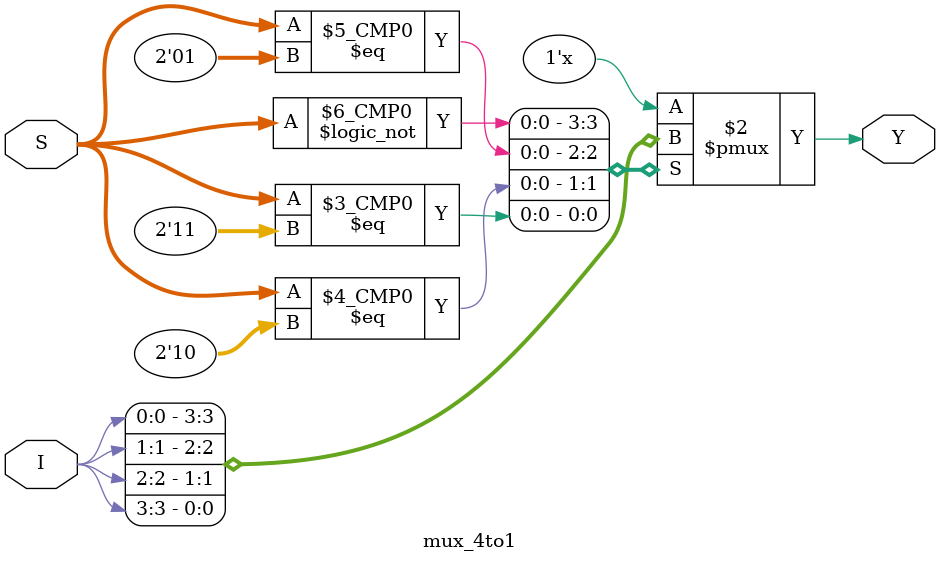
<source format=v>
`timescale 1ns / 1ps

/**************************************************************
*
* Author: 		A. Paguio
* Email: 		anthony.paguio@student.csulb.edu
* Filename: 	mx_4to1.v
* Date: 			February 13, 2019
* Version: 		1
* 
* Description: The purpose mux_4to1 is to accept four inputs 
*					and sent through as one output.
*
***************************************************************/

module mux_4to1(input [3:0] I, input [1:0] S, output reg Y);
	
	always @ (I, S)
		case(S)
			2'b00: Y = I[0];
			2'b01: Y = I[1];
			2'b10: Y = I[2];
			2'b11: Y = I[3];
			default: Y = I[0];
		endcase 

endmodule

</source>
